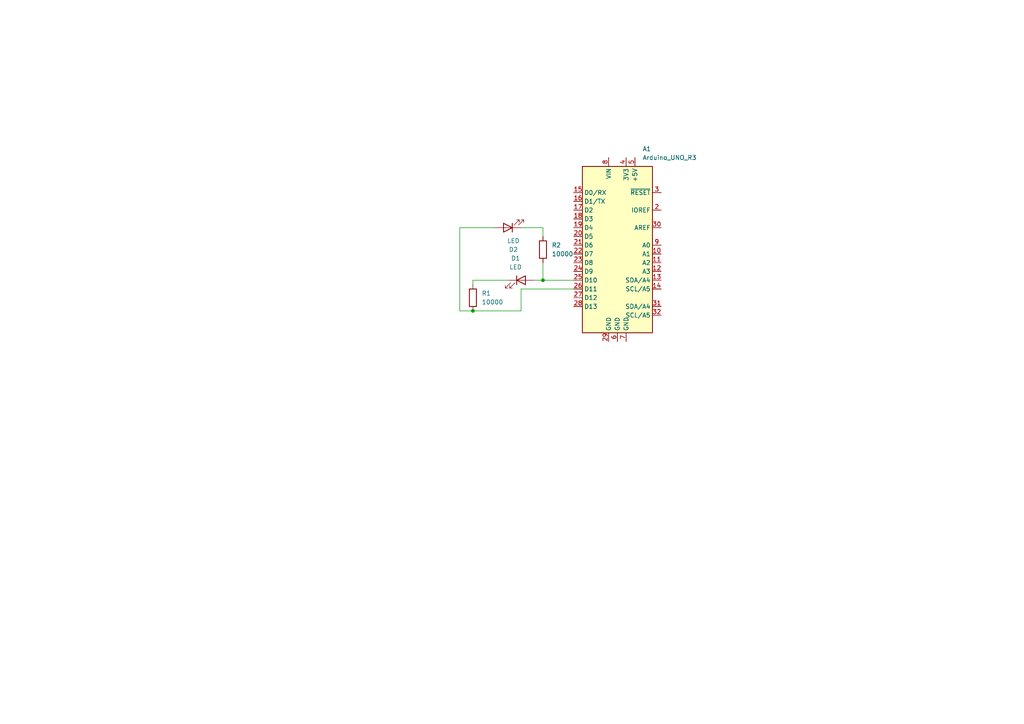
<source format=kicad_sch>
(kicad_sch (version 20230121) (generator eeschema)
  (paper "A4")
  (lib_symbols
    (symbol "Device:LED" (pin_numbers hide) (pin_names (offset 1.016) hide)
      (property "Reference" "D" (at 0 2.54 0))
      (property "Value" "LED" (at 0 -2.54 0))
      (symbol "LED_0_1"
        (polyline (pts (xy -1.27 -1.27) (xy -1.27 1.27)) (stroke (width 0.254)))
        (polyline (pts (xy -1.27 0) (xy 1.27 0)))
        (polyline (pts (xy 1.27 -1.27) (xy 1.27 1.27) (xy -1.27 0) (xy 1.27 -1.27)) (stroke (width 0.254)))
        (polyline (pts (xy -3.048 -0.762) (xy -4.572 -2.286) (xy -3.81 -2.286) (xy -4.572 -2.286) (xy -4.572 -1.524)))
        (polyline (pts (xy -1.778 -0.762) (xy -3.302 -2.286) (xy -2.54 -2.286) (xy -3.302 -2.286) (xy -3.302 -1.524)))
      )
      (symbol "LED_1_1"
        (pin passive line (at -3.81 0 0) (length 2.54) (name "K") (number "1"))
        (pin passive line (at 3.81 0 180) (length 2.54) (name "A") (number "2"))
      )
    )
    (symbol "Device:R" (pin_numbers hide) (pin_names (offset 0))
      (property "Reference" "R" (at 2.032 0 90))
      (property "Value" "R" (at 0 0 90))
      (symbol "R_0_1"
        (rectangle (start -1.016 -2.54) (end 1.016 2.54) (stroke (width 0.254)))
      )
      (symbol "R_1_1"
        (pin passive line (at 0 3.81 270) (length 1.27) (name "~") (number "1"))
        (pin passive line (at 0 -3.81 90) (length 1.27) (name "~") (number "2"))
      )
    )
    (symbol "MCU_Module:Arduino_UNO_R3"
      (property "Reference" "A" (at -10.16 23.495 0))
      (property "Value" "Arduino_UNO_R3" (at 5.08 -26.67 0))
      (symbol "Arduino_UNO_R3_0_1"
        (rectangle (start -10.16 22.86) (end 10.16 -25.4) (stroke (width 0.254)) (fill (type background)))
      )
      (symbol "Arduino_UNO_R3_1_1"
        (pin no_connect line (at -10.16 -20.32 0) (length 2.54) hide (name "NC") (number "1"))
        (pin bidirectional line (at 12.7 -2.54 180) (length 2.54) (name "A1") (number "10"))
        (pin bidirectional line (at 12.7 -5.08 180) (length 2.54) (name "A2") (number "11"))
        (pin bidirectional line (at 12.7 -7.62 180) (length 2.54) (name "A3") (number "12"))
        (pin bidirectional line (at 12.7 -10.16 180) (length 2.54) (name "SDA/A4") (number "13"))
        (pin bidirectional line (at 12.7 -12.7 180) (length 2.54) (name "SCL/A5") (number "14"))
        (pin bidirectional line (at -12.7 15.24 0) (length 2.54) (name "D0/RX") (number "15"))
        (pin bidirectional line (at -12.7 12.7 0) (length 2.54) (name "D1/TX") (number "16"))
        (pin bidirectional line (at -12.7 10.16 0) (length 2.54) (name "D2") (number "17"))
        (pin bidirectional line (at -12.7 7.62 0) (length 2.54) (name "D3") (number "18"))
        (pin bidirectional line (at -12.7 5.08 0) (length 2.54) (name "D4") (number "19"))
        (pin output line (at 12.7 10.16 180) (length 2.54) (name "IOREF") (number "2"))
        (pin bidirectional line (at -12.7 2.54 0) (length 2.54) (name "D5") (number "20"))
        (pin bidirectional line (at -12.7 0 0) (length 2.54) (name "D6") (number "21"))
        (pin bidirectional line (at -12.7 -2.54 0) (length 2.54) (name "D7") (number "22"))
        (pin bidirectional line (at -12.7 -5.08 0) (length 2.54) (name "D8") (number "23"))
        (pin bidirectional line (at -12.7 -7.62 0) (length 2.54) (name "D9") (number "24"))
        (pin bidirectional line (at -12.7 -10.16 0) (length 2.54) (name "D10") (number "25"))
        (pin bidirectional line (at -12.7 -12.7 0) (length 2.54) (name "D11") (number "26"))
        (pin bidirectional line (at -12.7 -15.24 0) (length 2.54) (name "D12") (number "27"))
        (pin bidirectional line (at -12.7 -17.78 0) (length 2.54) (name "D13") (number "28"))
        (pin power_in line (at -2.54 -27.94 90) (length 2.54) (name "GND") (number "29"))
        (pin input line (at 12.7 15.24 180) (length 2.54) (name "~{RESET}") (number "3"))
        (pin input line (at 12.7 5.08 180) (length 2.54) (name "AREF") (number "30"))
        (pin bidirectional line (at 12.7 -17.78 180) (length 2.54) (name "SDA/A4") (number "31"))
        (pin bidirectional line (at 12.7 -20.32 180) (length 2.54) (name "SCL/A5") (number "32"))
        (pin power_out line (at 2.54 25.4 270) (length 2.54) (name "3V3") (number "4"))
        (pin power_out line (at 5.08 25.4 270) (length 2.54) (name "+5V") (number "5"))
        (pin power_in line (at 0 -27.94 90) (length 2.54) (name "GND") (number "6"))
        (pin power_in line (at 2.54 -27.94 90) (length 2.54) (name "GND") (number "7"))
        (pin power_in line (at -2.54 25.4 270) (length 2.54) (name "VIN") (number "8"))
        (pin bidirectional line (at 12.7 0 180) (length 2.54) (name "A0") (number "9"))
      )
    )
  )
  (junction (at 137.16 90.17))
  (junction (at 157.48 81.28))
  (wire (pts (xy 154.94 81.28) (xy 157.48 81.28)))
  (wire (pts (xy 137.16 82.55) (xy 137.16 81.28)))
  (wire (pts (xy 157.48 81.28) (xy 166.37 81.28)))
  (wire (pts (xy 157.48 66.04) (xy 157.48 68.58)))
  (wire (pts (xy 151.13 83.82) (xy 166.37 83.82)))
  (wire (pts (xy 151.13 66.04) (xy 157.48 66.04)))
  (wire (pts (xy 133.35 90.17) (xy 137.16 90.17)))
  (wire (pts (xy 151.13 90.17) (xy 151.13 83.82)))
  (wire (pts (xy 133.35 66.04) (xy 133.35 90.17)))
  (wire (pts (xy 143.51 66.04) (xy 133.35 66.04)))
  (wire (pts (xy 137.16 81.28) (xy 147.32 81.28)))
  (wire (pts (xy 157.48 76.2) (xy 157.48 81.28)))
  (wire (pts (xy 137.16 90.17) (xy 151.13 90.17)))
  (symbol (lib_id "Device:LED") (at 151.13 81.28 0) (unit 1)
    (property "Reference" "D1" (at 149.5425 74.93 0))
    (property "Value" "LED" (at 149.5425 77.47 0))
  )
  (symbol (lib_id "Device:R") (at 137.16 86.36 0) (unit 1)
    (property "Reference" "R1" (at 139.7 85.09 0) (effects (justify left)))
    (property "Value" "10000" (at 139.7 87.63 0) (effects (justify left)))
  )
  (symbol (lib_id "Device:LED") (at 147.32 66.04 180) (unit 1)
    (property "Reference" "D2" (at 148.9075 72.39 0))
    (property "Value" "LED" (at 148.9075 69.85 0))
  )
  (symbol (lib_id "MCU_Module:Arduino_UNO_R3") (at 179.07 71.12 0) (unit 1)
    (property "Reference" "A1" (at 186.3441 43.18 0) (effects (justify left)))
    (property "Value" "Arduino_UNO_R3" (at 186.3441 45.72 0) (effects (justify left)))
    (property "Footprint" "Module:Arduino_UNO_R3" (effects hide))
    (property "Datasheet" "https://www.arduino.cc/en/Main/arduinoBoardUno" (effects hide))
  )
  (symbol (lib_id "Device:R") (at 157.48 72.39 0) (unit 1)
    (property "Reference" "R2" (at 160.02 71.12 0) (effects (justify left)))
    (property "Value" "10000" (at 160.02 73.66 0) (effects (justify left)))
  )
)
</source>
